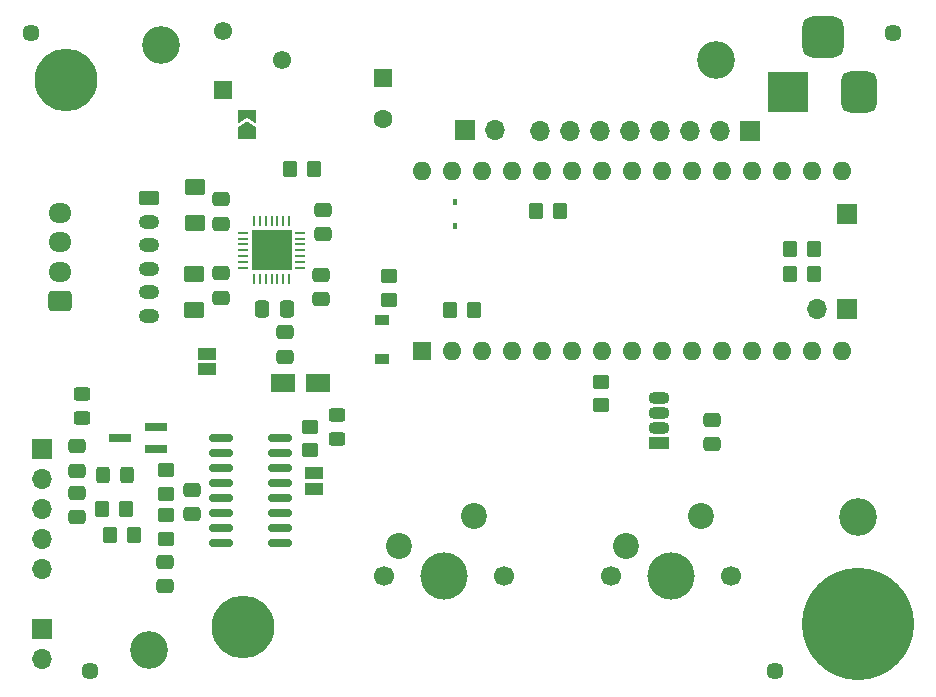
<source format=gbr>
%TF.GenerationSoftware,KiCad,Pcbnew,(5.99.0-9519-ga70106a3bd)*%
%TF.CreationDate,2021-04-17T12:18:36-04:00*%
%TF.ProjectId,Main-PCB,4d61696e-2d50-4434-922e-6b696361645f,rev?*%
%TF.SameCoordinates,Original*%
%TF.FileFunction,Soldermask,Top*%
%TF.FilePolarity,Negative*%
%FSLAX46Y46*%
G04 Gerber Fmt 4.6, Leading zero omitted, Abs format (unit mm)*
G04 Created by KiCad (PCBNEW (5.99.0-9519-ga70106a3bd)) date 2021-04-17 12:18:36*
%MOMM*%
%LPD*%
G01*
G04 APERTURE LIST*
G04 Aperture macros list*
%AMRoundRect*
0 Rectangle with rounded corners*
0 $1 Rounding radius*
0 $2 $3 $4 $5 $6 $7 $8 $9 X,Y pos of 4 corners*
0 Add a 4 corners polygon primitive as box body*
4,1,4,$2,$3,$4,$5,$6,$7,$8,$9,$2,$3,0*
0 Add four circle primitives for the rounded corners*
1,1,$1+$1,$2,$3*
1,1,$1+$1,$4,$5*
1,1,$1+$1,$6,$7*
1,1,$1+$1,$8,$9*
0 Add four rect primitives between the rounded corners*
20,1,$1+$1,$2,$3,$4,$5,0*
20,1,$1+$1,$4,$5,$6,$7,0*
20,1,$1+$1,$6,$7,$8,$9,0*
20,1,$1+$1,$8,$9,$2,$3,0*%
%AMFreePoly0*
4,1,6,1.000000,0.000000,0.500000,-0.750000,-0.500000,-0.750000,-0.500000,0.750000,0.500000,0.750000,1.000000,0.000000,1.000000,0.000000,$1*%
%AMFreePoly1*
4,1,6,0.500000,-0.750000,-0.650000,-0.750000,-0.150000,0.000000,-0.650000,0.750000,0.500000,0.750000,0.500000,-0.750000,0.500000,-0.750000,$1*%
G04 Aperture macros list end*
%ADD10R,1.600000X1.600000*%
%ADD11C,1.600000*%
%ADD12RoundRect,0.250000X0.350000X0.450000X-0.350000X0.450000X-0.350000X-0.450000X0.350000X-0.450000X0*%
%ADD13R,1.550000X1.550000*%
%ADD14C,1.550000*%
%ADD15C,1.448000*%
%ADD16RoundRect,0.250000X-0.475000X0.337500X-0.475000X-0.337500X0.475000X-0.337500X0.475000X0.337500X0*%
%ADD17RoundRect,0.250000X-0.350000X-0.450000X0.350000X-0.450000X0.350000X0.450000X-0.350000X0.450000X0*%
%ADD18R,1.700000X1.700000*%
%ADD19O,1.700000X1.700000*%
%ADD20R,3.500000X3.500000*%
%ADD21RoundRect,0.750000X0.750000X1.000000X-0.750000X1.000000X-0.750000X-1.000000X0.750000X-1.000000X0*%
%ADD22RoundRect,0.875000X0.875000X0.875000X-0.875000X0.875000X-0.875000X-0.875000X0.875000X-0.875000X0*%
%ADD23RoundRect,0.250000X0.450000X-0.350000X0.450000X0.350000X-0.450000X0.350000X-0.450000X-0.350000X0*%
%ADD24C,3.200000*%
%ADD25R,1.800000X1.070000*%
%ADD26O,1.800000X1.070000*%
%ADD27O,1.600000X1.600000*%
%ADD28RoundRect,0.250000X0.475000X-0.337500X0.475000X0.337500X-0.475000X0.337500X-0.475000X-0.337500X0*%
%ADD29C,5.300000*%
%ADD30RoundRect,0.250000X-0.450000X0.325000X-0.450000X-0.325000X0.450000X-0.325000X0.450000X0.325000X0*%
%ADD31FreePoly0,90.000000*%
%ADD32FreePoly1,90.000000*%
%ADD33C,1.700000*%
%ADD34C,4.000000*%
%ADD35C,2.200000*%
%ADD36R,0.450000X0.600000*%
%ADD37RoundRect,0.250001X0.624999X-0.462499X0.624999X0.462499X-0.624999X0.462499X-0.624999X-0.462499X0*%
%ADD38C,9.500000*%
%ADD39RoundRect,0.150000X-0.850000X-0.150000X0.850000X-0.150000X0.850000X0.150000X-0.850000X0.150000X0*%
%ADD40RoundRect,0.250000X-0.337500X-0.475000X0.337500X-0.475000X0.337500X0.475000X-0.337500X0.475000X0*%
%ADD41RoundRect,0.250000X-0.325000X-0.450000X0.325000X-0.450000X0.325000X0.450000X-0.325000X0.450000X0*%
%ADD42RoundRect,0.250000X0.725000X-0.600000X0.725000X0.600000X-0.725000X0.600000X-0.725000X-0.600000X0*%
%ADD43O,1.950000X1.700000*%
%ADD44RoundRect,0.250000X0.450000X-0.325000X0.450000X0.325000X-0.450000X0.325000X-0.450000X-0.325000X0*%
%ADD45RoundRect,0.250001X-0.624999X0.462499X-0.624999X-0.462499X0.624999X-0.462499X0.624999X0.462499X0*%
%ADD46RoundRect,0.062500X0.062500X-0.337500X0.062500X0.337500X-0.062500X0.337500X-0.062500X-0.337500X0*%
%ADD47RoundRect,0.062500X0.337500X-0.062500X0.337500X0.062500X-0.337500X0.062500X-0.337500X-0.062500X0*%
%ADD48R,3.350000X3.350000*%
%ADD49RoundRect,0.250000X-0.450000X0.350000X-0.450000X-0.350000X0.450000X-0.350000X0.450000X0.350000X0*%
%ADD50R,1.200000X0.900000*%
%ADD51RoundRect,0.250000X-0.625000X0.350000X-0.625000X-0.350000X0.625000X-0.350000X0.625000X0.350000X0*%
%ADD52O,1.750000X1.200000*%
%ADD53R,1.900000X0.800000*%
%ADD54R,1.500000X1.000000*%
%ADD55R,1.500000X1.500000*%
%ADD56FreePoly0,180.000000*%
%ADD57FreePoly0,0.000000*%
G04 APERTURE END LIST*
D10*
%TO.C,C3*%
X31800000Y-5780000D03*
D11*
X31800000Y-9280000D03*
%TD*%
D12*
%TO.C,R14*%
X68300000Y-22400000D03*
X66300000Y-22400000D03*
%TD*%
D13*
%TO.C,RV1*%
X18250000Y-6800000D03*
D14*
X23250000Y-4300000D03*
X18250000Y-1800000D03*
%TD*%
D15*
%TO.C,HT3*%
X2000000Y-2000000D03*
%TD*%
D16*
%TO.C,C13*%
X18100000Y-22322500D03*
X18100000Y-24397500D03*
%TD*%
D17*
%TO.C,R6*%
X8720000Y-44505000D03*
X10720000Y-44505000D03*
%TD*%
D18*
%TO.C,J6*%
X62920000Y-10280000D03*
D19*
X60380000Y-10280000D03*
X57840000Y-10280000D03*
X55300000Y-10280000D03*
X52760000Y-10280000D03*
X50220000Y-10280000D03*
X47680000Y-10280000D03*
X45140000Y-10280000D03*
%TD*%
D20*
%TO.C,J7*%
X66100000Y-7007500D03*
D21*
X72100000Y-7007500D03*
D22*
X69100000Y-2307500D03*
%TD*%
D23*
%TO.C,R7*%
X32350000Y-24580000D03*
X32350000Y-22580000D03*
%TD*%
D15*
%TO.C,HT4*%
X75000000Y-2000000D03*
%TD*%
D24*
%TO.C,H5*%
X72000000Y-43000000D03*
%TD*%
D25*
%TO.C,D1*%
X55200000Y-36740000D03*
D26*
X55200000Y-35470000D03*
X55200000Y-34200000D03*
X55200000Y-32930000D03*
%TD*%
D10*
%TO.C,A1*%
X35080000Y-28950000D03*
D27*
X37620000Y-28950000D03*
X40160000Y-28950000D03*
X42700000Y-28950000D03*
X45240000Y-28950000D03*
X47780000Y-28950000D03*
X50320000Y-28950000D03*
X52860000Y-28950000D03*
X55400000Y-28950000D03*
X57940000Y-28950000D03*
X60480000Y-28950000D03*
X63020000Y-28950000D03*
X65560000Y-28950000D03*
X68100000Y-28950000D03*
X70640000Y-28950000D03*
X70640000Y-13710000D03*
X68100000Y-13710000D03*
X65560000Y-13710000D03*
X63020000Y-13710000D03*
X60480000Y-13710000D03*
X57940000Y-13710000D03*
X55400000Y-13710000D03*
X52860000Y-13710000D03*
X50320000Y-13710000D03*
X47780000Y-13710000D03*
X45240000Y-13710000D03*
X42700000Y-13710000D03*
X40160000Y-13710000D03*
X37620000Y-13710000D03*
X35080000Y-13710000D03*
%TD*%
D28*
%TO.C,C12*%
X18130000Y-18157500D03*
X18130000Y-16082500D03*
%TD*%
D18*
%TO.C,J4*%
X71130000Y-25340000D03*
D19*
X68590000Y-25340000D03*
%TD*%
D15*
%TO.C,HT2*%
X65000000Y-56000000D03*
%TD*%
D29*
%TO.C,H2*%
X5000000Y-6000000D03*
%TD*%
D30*
%TO.C,L3*%
X6300000Y-32575000D03*
X6300000Y-34625000D03*
%TD*%
D12*
%TO.C,R9*%
X39480000Y-25410000D03*
X37480000Y-25410000D03*
%TD*%
D31*
%TO.C,JP6*%
X20300000Y-10450000D03*
D32*
X20300000Y-9000000D03*
%TD*%
D24*
%TO.C,H4*%
X13000000Y-3000000D03*
%TD*%
D33*
%TO.C,SW1*%
X31918125Y-47925000D03*
D34*
X36998125Y-47925000D03*
D33*
X42078125Y-47925000D03*
D35*
X39538125Y-42845000D03*
X33188125Y-45385000D03*
%TD*%
D23*
%TO.C,R4*%
X13420000Y-44805000D03*
X13420000Y-42805000D03*
%TD*%
D16*
%TO.C,C5*%
X15630000Y-40662500D03*
X15630000Y-42737500D03*
%TD*%
D36*
%TO.C,D3*%
X37890000Y-18370000D03*
X37890000Y-16270000D03*
%TD*%
D16*
%TO.C,C7*%
X26590000Y-22462500D03*
X26590000Y-24537500D03*
%TD*%
D37*
%TO.C,R12*%
X15840000Y-25407500D03*
X15840000Y-22432500D03*
%TD*%
D18*
%TO.C,J5*%
X71130000Y-17340000D03*
%TD*%
D38*
%TO.C,H1*%
X72000000Y-52050000D03*
%TD*%
D39*
%TO.C,U1*%
X18130000Y-36300000D03*
X18130000Y-37570000D03*
X18130000Y-38840000D03*
X18130000Y-40110000D03*
X18130000Y-41380000D03*
X18130000Y-42650000D03*
X18130000Y-43920000D03*
X18130000Y-45190000D03*
X23130000Y-45190000D03*
X23130000Y-43920000D03*
X23130000Y-42650000D03*
X23130000Y-41380000D03*
X23130000Y-40110000D03*
X23130000Y-38840000D03*
X23130000Y-37570000D03*
X23130000Y-36300000D03*
%TD*%
D40*
%TO.C,C10*%
X21592500Y-25380000D03*
X23667500Y-25380000D03*
%TD*%
D41*
%TO.C,L1*%
X8105000Y-39435000D03*
X10155000Y-39435000D03*
%TD*%
D12*
%TO.C,R15*%
X68300000Y-20300000D03*
X66300000Y-20300000D03*
%TD*%
D17*
%TO.C,R11*%
X23970000Y-13480000D03*
X25970000Y-13480000D03*
%TD*%
D42*
%TO.C,J8*%
X4505000Y-24690000D03*
D43*
X4505000Y-22190000D03*
X4505000Y-19690000D03*
X4505000Y-17190000D03*
%TD*%
D17*
%TO.C,R5*%
X8020000Y-42305000D03*
X10020000Y-42305000D03*
%TD*%
D29*
%TO.C,H7*%
X20000000Y-52250000D03*
%TD*%
D44*
%TO.C,L2*%
X27900000Y-36350000D03*
X27900000Y-34300000D03*
%TD*%
D45*
%TO.C,R13*%
X15870000Y-15062500D03*
X15870000Y-18037500D03*
%TD*%
D16*
%TO.C,C4*%
X5950000Y-40907500D03*
X5950000Y-42982500D03*
%TD*%
D24*
%TO.C,H3*%
X12000000Y-54250000D03*
%TD*%
D15*
%TO.C,HT1*%
X7000000Y-56000000D03*
%TD*%
D28*
%TO.C,C2*%
X5940000Y-39062500D03*
X5940000Y-36987500D03*
%TD*%
D16*
%TO.C,C6*%
X13370000Y-46767500D03*
X13370000Y-48842500D03*
%TD*%
D46*
%TO.C,U2*%
X20880000Y-22840000D03*
X21380000Y-22840000D03*
X21880000Y-22840000D03*
X22380000Y-22840000D03*
X22880000Y-22840000D03*
X23380000Y-22840000D03*
X23880000Y-22840000D03*
D47*
X24830000Y-21890000D03*
X24830000Y-21390000D03*
X24830000Y-20890000D03*
X24830000Y-20390000D03*
X24830000Y-19890000D03*
X24830000Y-19390000D03*
X24830000Y-18890000D03*
D46*
X23880000Y-17940000D03*
X23380000Y-17940000D03*
X22880000Y-17940000D03*
X22380000Y-17940000D03*
X21880000Y-17940000D03*
X21380000Y-17940000D03*
X20880000Y-17940000D03*
D47*
X19930000Y-18890000D03*
X19930000Y-19390000D03*
X19930000Y-19890000D03*
X19930000Y-20390000D03*
X19930000Y-20890000D03*
X19930000Y-21390000D03*
X19930000Y-21890000D03*
D48*
X22380000Y-20390000D03*
%TD*%
D49*
%TO.C,R8*%
X25670000Y-35305000D03*
X25670000Y-37305000D03*
%TD*%
D50*
%TO.C,D2*%
X31690000Y-29610000D03*
X31690000Y-26310000D03*
%TD*%
D18*
%TO.C,J3*%
X38720000Y-10240000D03*
D19*
X41260000Y-10240000D03*
%TD*%
D12*
%TO.C,R2*%
X46800000Y-17090000D03*
X44800000Y-17090000D03*
%TD*%
D49*
%TO.C,R1*%
X50300000Y-31500000D03*
X50300000Y-33500000D03*
%TD*%
D51*
%TO.C,J9*%
X11970000Y-15950000D03*
D52*
X11970000Y-17950000D03*
X11970000Y-19950000D03*
X11970000Y-21950000D03*
X11970000Y-23950000D03*
X11970000Y-25950000D03*
%TD*%
D53*
%TO.C,Q1*%
X12560000Y-37215000D03*
X12560000Y-35315000D03*
X9560000Y-36265000D03*
%TD*%
D28*
%TO.C,C11*%
X23480000Y-29417500D03*
X23480000Y-27342500D03*
%TD*%
D24*
%TO.C,H6*%
X60000000Y-4250000D03*
%TD*%
D54*
%TO.C,JP5*%
X16900000Y-29150000D03*
X16900000Y-30450000D03*
%TD*%
D18*
%TO.C,J1*%
X2970000Y-37205000D03*
D19*
X2970000Y-39745000D03*
X2970000Y-42285000D03*
X2970000Y-44825000D03*
X2970000Y-47365000D03*
%TD*%
D23*
%TO.C,R3*%
X13420000Y-41005000D03*
X13420000Y-39005000D03*
%TD*%
D16*
%TO.C,C1*%
X59640000Y-34752500D03*
X59640000Y-36827500D03*
%TD*%
%TO.C,C8*%
X26700000Y-16962500D03*
X26700000Y-19037500D03*
%TD*%
D18*
%TO.C,J2*%
X2970000Y-52445000D03*
D19*
X2970000Y-54985000D03*
%TD*%
D54*
%TO.C,JP1*%
X25970000Y-39255000D03*
X25970000Y-40555000D03*
%TD*%
D55*
%TO.C,JP2*%
X23620000Y-31662500D03*
X26020000Y-31662500D03*
D56*
X26820000Y-31662500D03*
D57*
X22820000Y-31662500D03*
%TD*%
D33*
%TO.C,SW2*%
X61248125Y-47925000D03*
X51088125Y-47925000D03*
D34*
X56168125Y-47925000D03*
D35*
X58708125Y-42845000D03*
X52358125Y-45385000D03*
%TD*%
M02*

</source>
